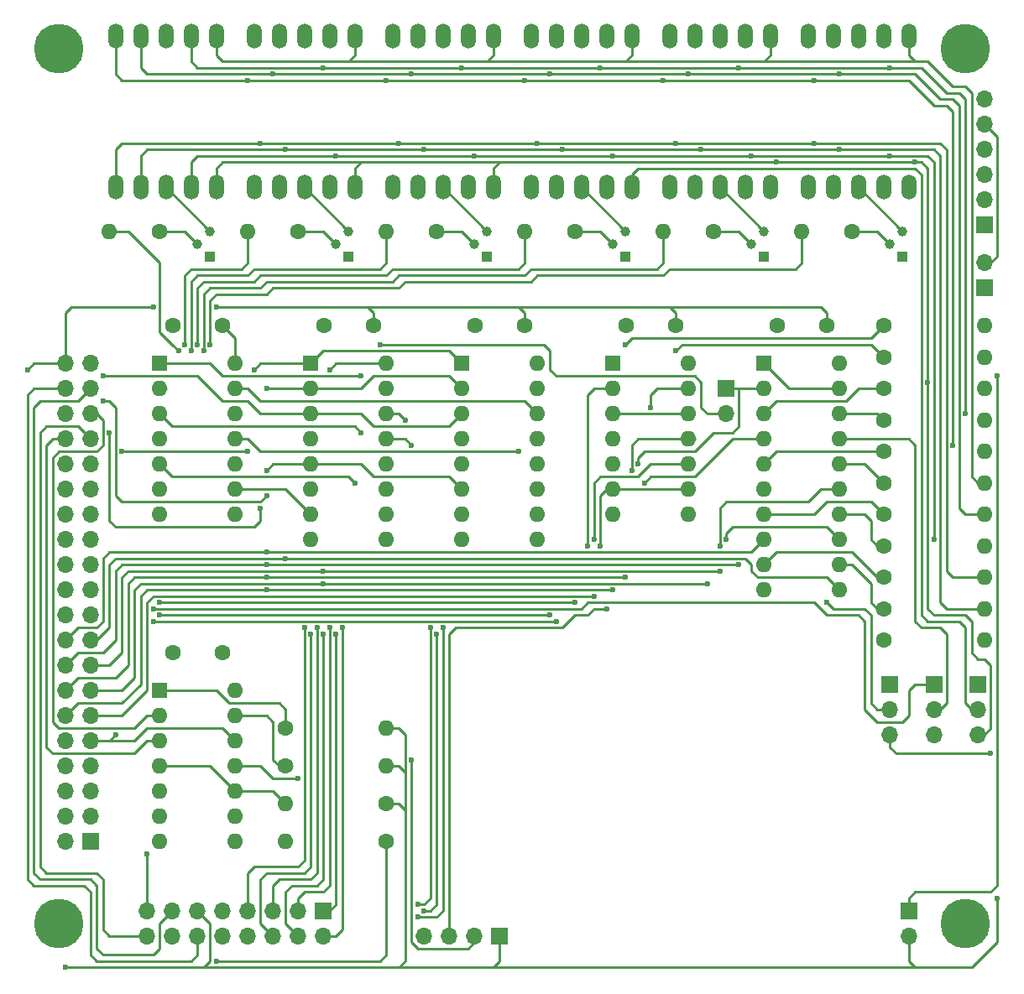
<source format=gtl>
G04 #@! TF.FileFunction,Copper,L1,Top,Signal*
%FSLAX46Y46*%
G04 Gerber Fmt 4.6, Leading zero omitted, Abs format (unit mm)*
G04 Created by KiCad (PCBNEW 4.0.7) date 10/14/19 14:53:04*
%MOMM*%
%LPD*%
G01*
G04 APERTURE LIST*
%ADD10C,0.100000*%
%ADD11R,1.700000X1.700000*%
%ADD12O,1.700000X1.700000*%
%ADD13C,1.600000*%
%ADD14O,1.600000X1.600000*%
%ADD15C,1.000000*%
%ADD16R,1.000000X1.000000*%
%ADD17O,1.524000X2.524000*%
%ADD18C,5.000000*%
%ADD19R,1.600000X1.600000*%
%ADD20C,0.600000*%
%ADD21C,0.250000*%
G04 APERTURE END LIST*
D10*
D11*
X138430000Y-127635000D03*
D12*
X138430000Y-130175000D03*
X135890000Y-127635000D03*
X135890000Y-130175000D03*
X133350000Y-127635000D03*
X133350000Y-130175000D03*
X130810000Y-127635000D03*
X130810000Y-130175000D03*
X128270000Y-127635000D03*
X128270000Y-130175000D03*
X125730000Y-127635000D03*
X125730000Y-130175000D03*
X123190000Y-127635000D03*
X123190000Y-130175000D03*
X120650000Y-127635000D03*
X120650000Y-130175000D03*
D13*
X194945000Y-74930000D03*
D14*
X205105000Y-74930000D03*
D15*
X139700000Y-60325000D03*
X140970000Y-59055000D03*
D16*
X140970000Y-61595000D03*
D13*
X194945000Y-78105000D03*
D14*
X205105000Y-78105000D03*
D15*
X125730000Y-60325000D03*
X127000000Y-59055000D03*
D16*
X127000000Y-61595000D03*
D15*
X153670000Y-60325000D03*
X154940000Y-59055000D03*
D16*
X154940000Y-61595000D03*
D15*
X167640000Y-60325000D03*
X168910000Y-59055000D03*
D16*
X168910000Y-61595000D03*
D15*
X181610000Y-60325000D03*
X182880000Y-59055000D03*
D16*
X182880000Y-61595000D03*
D15*
X195580000Y-60325000D03*
X196850000Y-59055000D03*
D16*
X196850000Y-61595000D03*
D17*
X117475000Y-54610000D03*
X120015000Y-54610000D03*
X122555000Y-54610000D03*
X125095000Y-54610000D03*
X127635000Y-54610000D03*
X127635000Y-39370000D03*
X125095000Y-39370000D03*
X122555000Y-39370000D03*
X120015000Y-39370000D03*
X117475000Y-39370000D03*
X131445000Y-54610000D03*
X133985000Y-54610000D03*
X136525000Y-54610000D03*
X139065000Y-54610000D03*
X141605000Y-54610000D03*
X141605000Y-39370000D03*
X139065000Y-39370000D03*
X136525000Y-39370000D03*
X133985000Y-39370000D03*
X131445000Y-39370000D03*
X145415000Y-54610000D03*
X147955000Y-54610000D03*
X150495000Y-54610000D03*
X153035000Y-54610000D03*
X155575000Y-54610000D03*
X155575000Y-39370000D03*
X153035000Y-39370000D03*
X150495000Y-39370000D03*
X147955000Y-39370000D03*
X145415000Y-39370000D03*
X159385000Y-54610000D03*
X161925000Y-54610000D03*
X164465000Y-54610000D03*
X167005000Y-54610000D03*
X169545000Y-54610000D03*
X169545000Y-39370000D03*
X167005000Y-39370000D03*
X164465000Y-39370000D03*
X161925000Y-39370000D03*
X159385000Y-39370000D03*
X173355000Y-54610000D03*
X175895000Y-54610000D03*
X178435000Y-54610000D03*
X180975000Y-54610000D03*
X183515000Y-54610000D03*
X183515000Y-39370000D03*
X180975000Y-39370000D03*
X178435000Y-39370000D03*
X175895000Y-39370000D03*
X173355000Y-39370000D03*
X187325000Y-54610000D03*
X189865000Y-54610000D03*
X192405000Y-54610000D03*
X194945000Y-54610000D03*
X197485000Y-54610000D03*
X197485000Y-39370000D03*
X194945000Y-39370000D03*
X192405000Y-39370000D03*
X189865000Y-39370000D03*
X187325000Y-39370000D03*
D11*
X114935000Y-120650000D03*
D12*
X112395000Y-120650000D03*
X114935000Y-118110000D03*
X112395000Y-118110000D03*
X114935000Y-115570000D03*
X112395000Y-115570000D03*
X114935000Y-113030000D03*
X112395000Y-113030000D03*
X114935000Y-110490000D03*
X112395000Y-110490000D03*
X114935000Y-107950000D03*
X112395000Y-107950000D03*
X114935000Y-105410000D03*
X112395000Y-105410000D03*
X114935000Y-102870000D03*
X112395000Y-102870000D03*
X114935000Y-100330000D03*
X112395000Y-100330000D03*
X114935000Y-97790000D03*
X112395000Y-97790000D03*
X114935000Y-95250000D03*
X112395000Y-95250000D03*
X114935000Y-92710000D03*
X112395000Y-92710000D03*
X114935000Y-90170000D03*
X112395000Y-90170000D03*
X114935000Y-87630000D03*
X112395000Y-87630000D03*
X114935000Y-85090000D03*
X112395000Y-85090000D03*
X114935000Y-82550000D03*
X112395000Y-82550000D03*
X114935000Y-80010000D03*
X112395000Y-80010000D03*
X114935000Y-77470000D03*
X112395000Y-77470000D03*
X114935000Y-74930000D03*
X112395000Y-74930000D03*
X114935000Y-72390000D03*
X112395000Y-72390000D03*
D18*
X111760000Y-128905000D03*
X203200000Y-128905000D03*
X203200000Y-40640000D03*
X111760000Y-40640000D03*
D19*
X137160000Y-72390000D03*
D14*
X144780000Y-90170000D03*
X137160000Y-74930000D03*
X144780000Y-87630000D03*
X137160000Y-77470000D03*
X144780000Y-85090000D03*
X137160000Y-80010000D03*
X144780000Y-82550000D03*
X137160000Y-82550000D03*
X144780000Y-80010000D03*
X137160000Y-85090000D03*
X144780000Y-77470000D03*
X137160000Y-87630000D03*
X144780000Y-74930000D03*
X137160000Y-90170000D03*
X144780000Y-72390000D03*
D19*
X121920000Y-105410000D03*
D14*
X129540000Y-120650000D03*
X121920000Y-107950000D03*
X129540000Y-118110000D03*
X121920000Y-110490000D03*
X129540000Y-115570000D03*
X121920000Y-113030000D03*
X129540000Y-113030000D03*
X121920000Y-115570000D03*
X129540000Y-110490000D03*
X121920000Y-118110000D03*
X129540000Y-107950000D03*
X121920000Y-120650000D03*
X129540000Y-105410000D03*
D13*
X121920000Y-59055000D03*
D14*
X116840000Y-59055000D03*
D13*
X135890000Y-59055000D03*
D14*
X130810000Y-59055000D03*
D13*
X149860000Y-59055000D03*
D14*
X144780000Y-59055000D03*
D13*
X163830000Y-59055000D03*
D14*
X158750000Y-59055000D03*
D13*
X177800000Y-59055000D03*
D14*
X172720000Y-59055000D03*
D13*
X191770000Y-59055000D03*
D14*
X186690000Y-59055000D03*
D13*
X143510000Y-68580000D03*
X138510000Y-68580000D03*
X158750000Y-68580000D03*
X153750000Y-68580000D03*
X128270000Y-101600000D03*
X123270000Y-101600000D03*
X173990000Y-68580000D03*
X168990000Y-68580000D03*
D11*
X205105000Y-58420000D03*
D12*
X205105000Y-55880000D03*
X205105000Y-53340000D03*
X205105000Y-50800000D03*
X205105000Y-48260000D03*
X205105000Y-45720000D03*
D11*
X197485000Y-127635000D03*
D12*
X197485000Y-130175000D03*
D11*
X179070000Y-74930000D03*
D12*
X179070000Y-77470000D03*
D19*
X167640000Y-72390000D03*
D14*
X175260000Y-87630000D03*
X167640000Y-74930000D03*
X175260000Y-85090000D03*
X167640000Y-77470000D03*
X175260000Y-82550000D03*
X167640000Y-80010000D03*
X175260000Y-80010000D03*
X167640000Y-82550000D03*
X175260000Y-77470000D03*
X167640000Y-85090000D03*
X175260000Y-74930000D03*
X167640000Y-87630000D03*
X175260000Y-72390000D03*
D13*
X134620000Y-113030000D03*
D14*
X144780000Y-113030000D03*
D13*
X194945000Y-71755000D03*
D14*
X205105000Y-71755000D03*
D13*
X194945000Y-68580000D03*
D14*
X205105000Y-68580000D03*
D13*
X144780000Y-116840000D03*
D14*
X134620000Y-116840000D03*
D13*
X194945000Y-84455000D03*
D14*
X205105000Y-84455000D03*
D13*
X194945000Y-90805000D03*
D14*
X205105000Y-90805000D03*
D13*
X194945000Y-97155000D03*
D14*
X205105000Y-97155000D03*
D13*
X194945000Y-93980000D03*
D14*
X205105000Y-93980000D03*
D13*
X194945000Y-87630000D03*
D14*
X205105000Y-87630000D03*
D13*
X194945000Y-81280000D03*
D14*
X205105000Y-81280000D03*
D13*
X134620000Y-109220000D03*
D14*
X144780000Y-109220000D03*
D13*
X144780000Y-120650000D03*
D14*
X134620000Y-120650000D03*
D13*
X128270000Y-68580000D03*
X123270000Y-68580000D03*
X189230000Y-68580000D03*
X184230000Y-68580000D03*
D11*
X156210000Y-130175000D03*
D12*
X153670000Y-130175000D03*
X151130000Y-130175000D03*
X148590000Y-130175000D03*
D11*
X200025000Y-104775000D03*
D12*
X200025000Y-107315000D03*
X200025000Y-109855000D03*
D11*
X195580000Y-104775000D03*
D12*
X195580000Y-107315000D03*
X195580000Y-109855000D03*
D11*
X204470000Y-104775000D03*
D12*
X204470000Y-107315000D03*
X204470000Y-109855000D03*
D19*
X152400000Y-72390000D03*
D14*
X160020000Y-90170000D03*
X152400000Y-74930000D03*
X160020000Y-87630000D03*
X152400000Y-77470000D03*
X160020000Y-85090000D03*
X152400000Y-80010000D03*
X160020000Y-82550000D03*
X152400000Y-82550000D03*
X160020000Y-80010000D03*
X152400000Y-85090000D03*
X160020000Y-77470000D03*
X152400000Y-87630000D03*
X160020000Y-74930000D03*
X152400000Y-90170000D03*
X160020000Y-72390000D03*
D19*
X121920000Y-72390000D03*
D14*
X129540000Y-87630000D03*
X121920000Y-74930000D03*
X129540000Y-85090000D03*
X121920000Y-77470000D03*
X129540000Y-82550000D03*
X121920000Y-80010000D03*
X129540000Y-80010000D03*
X121920000Y-82550000D03*
X129540000Y-77470000D03*
X121920000Y-85090000D03*
X129540000Y-74930000D03*
X121920000Y-87630000D03*
X129540000Y-72390000D03*
D19*
X182880000Y-72390000D03*
D14*
X190500000Y-95250000D03*
X182880000Y-74930000D03*
X190500000Y-92710000D03*
X182880000Y-77470000D03*
X190500000Y-90170000D03*
X182880000Y-80010000D03*
X190500000Y-87630000D03*
X182880000Y-82550000D03*
X190500000Y-85090000D03*
X182880000Y-85090000D03*
X190500000Y-82550000D03*
X182880000Y-87630000D03*
X190500000Y-80010000D03*
X182880000Y-90170000D03*
X190500000Y-77470000D03*
X182880000Y-92710000D03*
X190500000Y-74930000D03*
X182880000Y-95250000D03*
X190500000Y-72390000D03*
D13*
X194945000Y-100330000D03*
D14*
X205105000Y-100330000D03*
D11*
X205105000Y-64770000D03*
D12*
X205105000Y-62230000D03*
D20*
X112395000Y-133350000D03*
X135890000Y-114300000D03*
X139065000Y-73025000D03*
X205740000Y-111760000D03*
X206375000Y-126365000D03*
X108585000Y-73025000D03*
X127635000Y-66675000D03*
X121285000Y-66675000D03*
X120650000Y-121920000D03*
X187960000Y-50165000D03*
X173990000Y-50165000D03*
X160020000Y-50165000D03*
X146050000Y-50165000D03*
X132080000Y-50165000D03*
X190500000Y-50800000D03*
X176530000Y-50800000D03*
X162560000Y-50800000D03*
X148590000Y-50800000D03*
X134620000Y-50800000D03*
X195580000Y-51435000D03*
X181610000Y-51435000D03*
X167640000Y-51435000D03*
X153670000Y-51435000D03*
X139700000Y-51435000D03*
X200025000Y-90170000D03*
X203200000Y-77470000D03*
X195580000Y-42545000D03*
X180340000Y-42545000D03*
X166370000Y-42545000D03*
X152400000Y-42545000D03*
X138430000Y-42545000D03*
X190500000Y-43180000D03*
X175260000Y-43180000D03*
X161290000Y-43180000D03*
X147320000Y-43180000D03*
X133350000Y-43180000D03*
X201930000Y-80645000D03*
X187960000Y-43815000D03*
X172720000Y-43815000D03*
X158750000Y-43815000D03*
X144780000Y-43815000D03*
X130810000Y-43815000D03*
X138430000Y-94615000D03*
X139700000Y-99695000D03*
X177165000Y-94615000D03*
X178435000Y-90805000D03*
X138430000Y-93345000D03*
X140335000Y-99060000D03*
X179070000Y-90170000D03*
X178435000Y-93345000D03*
X134620000Y-92075000D03*
X139065000Y-99060000D03*
X132715000Y-91440000D03*
X138430000Y-99695000D03*
X132715000Y-92710000D03*
X137795000Y-99060000D03*
X180340000Y-92710000D03*
X132715000Y-93980000D03*
X137160000Y-99695000D03*
X168910000Y-93980000D03*
X170815000Y-84455000D03*
X132715000Y-95250000D03*
X136525000Y-99060000D03*
X167640000Y-95250000D03*
X170180000Y-82550000D03*
X147955000Y-127000000D03*
X149225000Y-99060000D03*
X148590000Y-127635000D03*
X146685000Y-78105000D03*
X149860000Y-99695000D03*
X147955000Y-128270000D03*
X147320000Y-80645000D03*
X150495000Y-99060000D03*
X116205000Y-76200000D03*
X132715000Y-83185000D03*
X132715000Y-85725000D03*
X116205000Y-73660000D03*
X132080000Y-86995000D03*
X132715000Y-74930000D03*
X116840000Y-79375000D03*
X118110000Y-81280000D03*
X131445000Y-73025000D03*
X130810000Y-81280000D03*
X161290000Y-97790000D03*
X121920000Y-97790000D03*
X165100000Y-90805000D03*
X161925000Y-98425000D03*
X121285000Y-98425000D03*
X117475000Y-109855000D03*
X169545000Y-83185000D03*
X163830000Y-96520000D03*
X121920000Y-96520000D03*
X165735000Y-90170000D03*
X165735000Y-95885000D03*
X166370000Y-90805000D03*
X206375000Y-73660000D03*
X173990000Y-71120000D03*
X168910000Y-70485000D03*
X198120000Y-52070000D03*
X184150000Y-52070000D03*
X199390000Y-74295000D03*
X127635000Y-132715000D03*
X121285000Y-97155000D03*
X147320000Y-112395000D03*
X171450000Y-76835000D03*
X167005000Y-97155000D03*
X144145000Y-70485000D03*
X189230000Y-96520000D03*
X123825000Y-71120000D03*
X124460000Y-70485000D03*
X125095000Y-71120000D03*
X125730000Y-70485000D03*
X126365000Y-71120000D03*
X127000000Y-70485000D03*
X141605000Y-84455000D03*
X142240000Y-79375000D03*
X142240000Y-73660000D03*
X158115000Y-81280000D03*
D21*
X206375000Y-130175000D02*
X206375000Y-130810000D01*
X203835000Y-133350000D02*
X203200000Y-133350000D01*
X206375000Y-130810000D02*
X203835000Y-133350000D01*
X156210000Y-130175000D02*
X156210000Y-132715000D01*
X156210000Y-132715000D02*
X155575000Y-133350000D01*
X139065000Y-73025000D02*
X139700000Y-72390000D01*
X139700000Y-72390000D02*
X144780000Y-72390000D01*
X198120000Y-133350000D02*
X203200000Y-133350000D01*
X195580000Y-111125000D02*
X195580000Y-109855000D01*
X196215000Y-111760000D02*
X195580000Y-111125000D01*
X205740000Y-111760000D02*
X196215000Y-111760000D01*
X206375000Y-130175000D02*
X206375000Y-126365000D01*
X198120000Y-133350000D02*
X196850000Y-133350000D01*
X196850000Y-133350000D02*
X162560000Y-133350000D01*
X146050000Y-133350000D02*
X154940000Y-133350000D01*
X154940000Y-133350000D02*
X155575000Y-133350000D01*
X155575000Y-133350000D02*
X162560000Y-133350000D01*
X197485000Y-132715000D02*
X197485000Y-130810000D01*
X198120000Y-133350000D02*
X197485000Y-132715000D01*
X173990000Y-68580000D02*
X173990000Y-67310000D01*
X173990000Y-67310000D02*
X173355000Y-66675000D01*
X129540000Y-113030000D02*
X132080000Y-113030000D01*
X133350000Y-114300000D02*
X135890000Y-114300000D01*
X132080000Y-113030000D02*
X133350000Y-114300000D01*
X144780000Y-116840000D02*
X146050000Y-116840000D01*
X146050000Y-116840000D02*
X146685000Y-117475000D01*
X144780000Y-113030000D02*
X146050000Y-113030000D01*
X146050000Y-113030000D02*
X146685000Y-113665000D01*
X146050000Y-133350000D02*
X146685000Y-132715000D01*
X146050000Y-109220000D02*
X144780000Y-109220000D01*
X146685000Y-109855000D02*
X146050000Y-109220000D01*
X146685000Y-132715000D02*
X146685000Y-117475000D01*
X146685000Y-117475000D02*
X146685000Y-114935000D01*
X146685000Y-114935000D02*
X146685000Y-113665000D01*
X146685000Y-113665000D02*
X146685000Y-109855000D01*
X125730000Y-127635000D02*
X127000000Y-128905000D01*
X127000000Y-132715000D02*
X126365000Y-133350000D01*
X127000000Y-128905000D02*
X127000000Y-132715000D01*
X124460000Y-133350000D02*
X125730000Y-133350000D01*
X125730000Y-133350000D02*
X126365000Y-133350000D01*
X126365000Y-133350000D02*
X146050000Y-133350000D01*
X112395000Y-133350000D02*
X124460000Y-133350000D01*
X112395000Y-72390000D02*
X109220000Y-72390000D01*
X109220000Y-72390000D02*
X108585000Y-73025000D01*
X189230000Y-68580000D02*
X189230000Y-67310000D01*
X189230000Y-67310000D02*
X188595000Y-66675000D01*
X188595000Y-66675000D02*
X187325000Y-66675000D01*
X187325000Y-66675000D02*
X173355000Y-66675000D01*
X161290000Y-66675000D02*
X158115000Y-66675000D01*
X173355000Y-66675000D02*
X161290000Y-66675000D01*
X158750000Y-68580000D02*
X158750000Y-67310000D01*
X158750000Y-67310000D02*
X158115000Y-66675000D01*
X158115000Y-66675000D02*
X145415000Y-66675000D01*
X145415000Y-66675000D02*
X142875000Y-66675000D01*
X143510000Y-68580000D02*
X143510000Y-67310000D01*
X143510000Y-67310000D02*
X142875000Y-66675000D01*
X127635000Y-66675000D02*
X142875000Y-66675000D01*
X113030000Y-66675000D02*
X112395000Y-67310000D01*
X121285000Y-66675000D02*
X113030000Y-66675000D01*
X129540000Y-72390000D02*
X129540000Y-69850000D01*
X129540000Y-69850000D02*
X128270000Y-68580000D01*
X112395000Y-72390000D02*
X112395000Y-67310000D01*
X120650000Y-121920000D02*
X120650000Y-127635000D01*
X127000000Y-105410000D02*
X127635000Y-105410000D01*
X127635000Y-105410000D02*
X128905000Y-106680000D01*
X121920000Y-105410000D02*
X127000000Y-105410000D01*
X134620000Y-107315000D02*
X134620000Y-109220000D01*
X133985000Y-106680000D02*
X134620000Y-107315000D01*
X128905000Y-106680000D02*
X133985000Y-106680000D01*
X121920000Y-59055000D02*
X124460000Y-59055000D01*
X124460000Y-59055000D02*
X125730000Y-60325000D01*
X122555000Y-54610000D02*
X127000000Y-59055000D01*
X135890000Y-59055000D02*
X138430000Y-59055000D01*
X138430000Y-59055000D02*
X139700000Y-60325000D01*
X140970000Y-59055000D02*
X136525000Y-54610000D01*
X149860000Y-59055000D02*
X152400000Y-59055000D01*
X152400000Y-59055000D02*
X153670000Y-60325000D01*
X154940000Y-59055000D02*
X150495000Y-54610000D01*
X163830000Y-59055000D02*
X166370000Y-59055000D01*
X166370000Y-59055000D02*
X167640000Y-60325000D01*
X168910000Y-59055000D02*
X164465000Y-54610000D01*
X177800000Y-59055000D02*
X180340000Y-59055000D01*
X180340000Y-59055000D02*
X181610000Y-60325000D01*
X182880000Y-59055000D02*
X178435000Y-54610000D01*
X191770000Y-59055000D02*
X194310000Y-59055000D01*
X194310000Y-59055000D02*
X195580000Y-60325000D01*
X196850000Y-59055000D02*
X192405000Y-54610000D01*
X201295000Y-51435000D02*
X201295000Y-50800000D01*
X117475000Y-50800000D02*
X117475000Y-51435000D01*
X118110000Y-50165000D02*
X117475000Y-50800000D01*
X200660000Y-50165000D02*
X187960000Y-50165000D01*
X187960000Y-50165000D02*
X173990000Y-50165000D01*
X173990000Y-50165000D02*
X160020000Y-50165000D01*
X160020000Y-50165000D02*
X146050000Y-50165000D01*
X146050000Y-50165000D02*
X132080000Y-50165000D01*
X132080000Y-50165000D02*
X118110000Y-50165000D01*
X201295000Y-50800000D02*
X200660000Y-50165000D01*
X201295000Y-66040000D02*
X201295000Y-93345000D01*
X201295000Y-51435000D02*
X201295000Y-55880000D01*
X201295000Y-55880000D02*
X201295000Y-64770000D01*
X201295000Y-64770000D02*
X201295000Y-66040000D01*
X201930000Y-93980000D02*
X205105000Y-93980000D01*
X201295000Y-93345000D02*
X201930000Y-93980000D01*
X117475000Y-54610000D02*
X117475000Y-51435000D01*
X200660000Y-52070000D02*
X200660000Y-51435000D01*
X120015000Y-51435000D02*
X120015000Y-52070000D01*
X120650000Y-50800000D02*
X120015000Y-51435000D01*
X200025000Y-50800000D02*
X190500000Y-50800000D01*
X190500000Y-50800000D02*
X176530000Y-50800000D01*
X176530000Y-50800000D02*
X162560000Y-50800000D01*
X162560000Y-50800000D02*
X148590000Y-50800000D01*
X148590000Y-50800000D02*
X134620000Y-50800000D01*
X134620000Y-50800000D02*
X120650000Y-50800000D01*
X200660000Y-51435000D02*
X200025000Y-50800000D01*
X200660000Y-66675000D02*
X200660000Y-96520000D01*
X200660000Y-52070000D02*
X200660000Y-55880000D01*
X200660000Y-55880000D02*
X200660000Y-64770000D01*
X200660000Y-64770000D02*
X200660000Y-66675000D01*
X201295000Y-97155000D02*
X205105000Y-97155000D01*
X200660000Y-96520000D02*
X201295000Y-97155000D01*
X120015000Y-54610000D02*
X120015000Y-52070000D01*
X200025000Y-52705000D02*
X200025000Y-52070000D01*
X125095000Y-52070000D02*
X125095000Y-52705000D01*
X125730000Y-51435000D02*
X125095000Y-52070000D01*
X199390000Y-51435000D02*
X195580000Y-51435000D01*
X195580000Y-51435000D02*
X181610000Y-51435000D01*
X181610000Y-51435000D02*
X167640000Y-51435000D01*
X167640000Y-51435000D02*
X153670000Y-51435000D01*
X153670000Y-51435000D02*
X139700000Y-51435000D01*
X139700000Y-51435000D02*
X125730000Y-51435000D01*
X200025000Y-52070000D02*
X199390000Y-51435000D01*
X200025000Y-67310000D02*
X200025000Y-90170000D01*
X200025000Y-52705000D02*
X200025000Y-57785000D01*
X200025000Y-57785000D02*
X200025000Y-64770000D01*
X200025000Y-64770000D02*
X200025000Y-67310000D01*
X125095000Y-54610000D02*
X125095000Y-52705000D01*
X203835000Y-63500000D02*
X203835000Y-83820000D01*
X201930000Y-44450000D02*
X203200000Y-44450000D01*
X203835000Y-45085000D02*
X203835000Y-48895000D01*
X203200000Y-44450000D02*
X203835000Y-45085000D01*
X198120000Y-41910000D02*
X199390000Y-41910000D01*
X199390000Y-41910000D02*
X201930000Y-44450000D01*
X203835000Y-48895000D02*
X203835000Y-62230000D01*
X203835000Y-62230000D02*
X203835000Y-63500000D01*
X203835000Y-83820000D02*
X204470000Y-84455000D01*
X204470000Y-84455000D02*
X205105000Y-84455000D01*
X197485000Y-41275000D02*
X198120000Y-41910000D01*
X196850000Y-41910000D02*
X198120000Y-41910000D01*
X182880000Y-41910000D02*
X196850000Y-41910000D01*
X197485000Y-41275000D02*
X197485000Y-39370000D01*
X168910000Y-41910000D02*
X182880000Y-41910000D01*
X183515000Y-41275000D02*
X183515000Y-39370000D01*
X182880000Y-41910000D02*
X183515000Y-41275000D01*
X154940000Y-41910000D02*
X168910000Y-41910000D01*
X169545000Y-41275000D02*
X169545000Y-39370000D01*
X168910000Y-41910000D02*
X169545000Y-41275000D01*
X140970000Y-41910000D02*
X154940000Y-41910000D01*
X155575000Y-41275000D02*
X155575000Y-39370000D01*
X154940000Y-41910000D02*
X155575000Y-41275000D01*
X127635000Y-39370000D02*
X127635000Y-41275000D01*
X141605000Y-41275000D02*
X141605000Y-39370000D01*
X140970000Y-41910000D02*
X141605000Y-41275000D01*
X128270000Y-41910000D02*
X140970000Y-41910000D01*
X127635000Y-41275000D02*
X128270000Y-41910000D01*
X203200000Y-64135000D02*
X203200000Y-77470000D01*
X198120000Y-42545000D02*
X198755000Y-42545000D01*
X195580000Y-42545000D02*
X198120000Y-42545000D01*
X203200000Y-45720000D02*
X203200000Y-49530000D01*
X202565000Y-45085000D02*
X203200000Y-45720000D01*
X201295000Y-45085000D02*
X202565000Y-45085000D01*
X198755000Y-42545000D02*
X201295000Y-45085000D01*
X203200000Y-49530000D02*
X203200000Y-64135000D01*
X195580000Y-42545000D02*
X194310000Y-42545000D01*
X180340000Y-42545000D02*
X194310000Y-42545000D01*
X166370000Y-42545000D02*
X180340000Y-42545000D01*
X152400000Y-42545000D02*
X166370000Y-42545000D01*
X138430000Y-42545000D02*
X152400000Y-42545000D01*
X125095000Y-39370000D02*
X125095000Y-41910000D01*
X125730000Y-42545000D02*
X138430000Y-42545000D01*
X125095000Y-41910000D02*
X125730000Y-42545000D01*
X202565000Y-64770000D02*
X202565000Y-86995000D01*
X190500000Y-43180000D02*
X198120000Y-43180000D01*
X202565000Y-46355000D02*
X202565000Y-50800000D01*
X201930000Y-45720000D02*
X202565000Y-46355000D01*
X200660000Y-45720000D02*
X201930000Y-45720000D01*
X198120000Y-43180000D02*
X200660000Y-45720000D01*
X202565000Y-50800000D02*
X202565000Y-64770000D01*
X203200000Y-87630000D02*
X205105000Y-87630000D01*
X202565000Y-86995000D02*
X203200000Y-87630000D01*
X189230000Y-43180000D02*
X190500000Y-43180000D01*
X189230000Y-43180000D02*
X175260000Y-43180000D01*
X161290000Y-43180000D02*
X175260000Y-43180000D01*
X147320000Y-43180000D02*
X161290000Y-43180000D01*
X133350000Y-43180000D02*
X147320000Y-43180000D01*
X120015000Y-39370000D02*
X120015000Y-42545000D01*
X120650000Y-43180000D02*
X133350000Y-43180000D01*
X120015000Y-42545000D02*
X120650000Y-43180000D01*
X201930000Y-65405000D02*
X201930000Y-80645000D01*
X196850000Y-43815000D02*
X197485000Y-43815000D01*
X187960000Y-43815000D02*
X196850000Y-43815000D01*
X201930000Y-46990000D02*
X201930000Y-54610000D01*
X201295000Y-46355000D02*
X201930000Y-46990000D01*
X200025000Y-46355000D02*
X201295000Y-46355000D01*
X197485000Y-43815000D02*
X200025000Y-46355000D01*
X201930000Y-54610000D02*
X201930000Y-64770000D01*
X201930000Y-64770000D02*
X201930000Y-65405000D01*
X186690000Y-43815000D02*
X187960000Y-43815000D01*
X172720000Y-43815000D02*
X186690000Y-43815000D01*
X158750000Y-43815000D02*
X172720000Y-43815000D01*
X144780000Y-43815000D02*
X158750000Y-43815000D01*
X130810000Y-43815000D02*
X144780000Y-43815000D01*
X117475000Y-39370000D02*
X117475000Y-43180000D01*
X118110000Y-43815000D02*
X130810000Y-43815000D01*
X117475000Y-43180000D02*
X118110000Y-43815000D01*
X182880000Y-77470000D02*
X184150000Y-76200000D01*
X192405000Y-74930000D02*
X194945000Y-74930000D01*
X191135000Y-76200000D02*
X192405000Y-74930000D01*
X184150000Y-76200000D02*
X191135000Y-76200000D01*
X182880000Y-82550000D02*
X184150000Y-81280000D01*
X184150000Y-81280000D02*
X194945000Y-81280000D01*
X190500000Y-77470000D02*
X194310000Y-77470000D01*
X194310000Y-77470000D02*
X194945000Y-78105000D01*
X190500000Y-77470000D02*
X191135000Y-77470000D01*
X189865000Y-77470000D02*
X190500000Y-77470000D01*
X182880000Y-92710000D02*
X184150000Y-91440000D01*
X191770000Y-91440000D02*
X194310000Y-93980000D01*
X184150000Y-91440000D02*
X191770000Y-91440000D01*
X194310000Y-93980000D02*
X194945000Y-93980000D01*
X193675000Y-89535000D02*
X193675000Y-88265000D01*
X193040000Y-87630000D02*
X191770000Y-87630000D01*
X193675000Y-88265000D02*
X193040000Y-87630000D01*
X194945000Y-90805000D02*
X194310000Y-90805000D01*
X194310000Y-90805000D02*
X193675000Y-90170000D01*
X193675000Y-90170000D02*
X193675000Y-89535000D01*
X190500000Y-87630000D02*
X191770000Y-87630000D01*
X190500000Y-82550000D02*
X193040000Y-82550000D01*
X193040000Y-82550000D02*
X194945000Y-84455000D01*
X182880000Y-87630000D02*
X187960000Y-87630000D01*
X187960000Y-87630000D02*
X189230000Y-86360000D01*
X194945000Y-87630000D02*
X193675000Y-86360000D01*
X189230000Y-86360000D02*
X191770000Y-86360000D01*
X193675000Y-86360000D02*
X191770000Y-86360000D01*
X190500000Y-92710000D02*
X191770000Y-92710000D01*
X193675000Y-96520000D02*
X194310000Y-97155000D01*
X193675000Y-94615000D02*
X193675000Y-96520000D01*
X191770000Y-92710000D02*
X193675000Y-94615000D01*
X194310000Y-97155000D02*
X194945000Y-97155000D01*
X138430000Y-127635000D02*
X139065000Y-127635000D01*
X139065000Y-127635000D02*
X139700000Y-127000000D01*
X139700000Y-127000000D02*
X139700000Y-124460000D01*
X139700000Y-124460000D02*
X139700000Y-99695000D01*
X190500000Y-85090000D02*
X188595000Y-85090000D01*
X178435000Y-86995000D02*
X178435000Y-90805000D01*
X179070000Y-86360000D02*
X178435000Y-86995000D01*
X187325000Y-86360000D02*
X179070000Y-86360000D01*
X188595000Y-85090000D02*
X187325000Y-86360000D01*
X177165000Y-94615000D02*
X171450000Y-94615000D01*
X119380000Y-95885000D02*
X119380000Y-95250000D01*
X138430000Y-94615000D02*
X122555000Y-94615000D01*
X119380000Y-95250000D02*
X120015000Y-94615000D01*
X120015000Y-94615000D02*
X122555000Y-94615000D01*
X119380000Y-103505000D02*
X119380000Y-104140000D01*
X118110000Y-105410000D02*
X117475000Y-105410000D01*
X119380000Y-104140000D02*
X118110000Y-105410000D01*
X119380000Y-102235000D02*
X119380000Y-103505000D01*
X117475000Y-105410000D02*
X116205000Y-105410000D01*
X116205000Y-105410000D02*
X114935000Y-105410000D01*
X119380000Y-102235000D02*
X119380000Y-95885000D01*
X171450000Y-94615000D02*
X139700000Y-94615000D01*
X139700000Y-94615000D02*
X138430000Y-94615000D01*
X138430000Y-130175000D02*
X139700000Y-130175000D01*
X140335000Y-129540000D02*
X140335000Y-125095000D01*
X139700000Y-130175000D02*
X140335000Y-129540000D01*
X140335000Y-125095000D02*
X140335000Y-99060000D01*
X138430000Y-130175000D02*
X139065000Y-130175000D01*
X189230000Y-88900000D02*
X179705000Y-88900000D01*
X179705000Y-88900000D02*
X179070000Y-89535000D01*
X179070000Y-89535000D02*
X179070000Y-90170000D01*
X190500000Y-90170000D02*
X189230000Y-88900000D01*
X140335000Y-93345000D02*
X178435000Y-93345000D01*
X119380000Y-93345000D02*
X138430000Y-93345000D01*
X118110000Y-100965000D02*
X118110000Y-101600000D01*
X116840000Y-102870000D02*
X116205000Y-102870000D01*
X118110000Y-101600000D02*
X116840000Y-102870000D01*
X119380000Y-93345000D02*
X118745000Y-93345000D01*
X118110000Y-93980000D02*
X118110000Y-100965000D01*
X118745000Y-93345000D02*
X118110000Y-93980000D01*
X114935000Y-102870000D02*
X116205000Y-102870000D01*
X138430000Y-93345000D02*
X140335000Y-93345000D01*
X139065000Y-123825000D02*
X139065000Y-125095000D01*
X136525000Y-125730000D02*
X135890000Y-126365000D01*
X138430000Y-125730000D02*
X136525000Y-125730000D01*
X139065000Y-125095000D02*
X138430000Y-125730000D01*
X135890000Y-127635000D02*
X135890000Y-126365000D01*
X139065000Y-123825000D02*
X139065000Y-99060000D01*
X114935000Y-100330000D02*
X115570000Y-100330000D01*
X115570000Y-100330000D02*
X116840000Y-99060000D01*
X134620000Y-92075000D02*
X118110000Y-92075000D01*
X117475000Y-92075000D02*
X116840000Y-92710000D01*
X116840000Y-92710000D02*
X116840000Y-99060000D01*
X118110000Y-92075000D02*
X117475000Y-92075000D01*
X181610000Y-92710000D02*
X180975000Y-92075000D01*
X180975000Y-92075000D02*
X139065000Y-92075000D01*
X139065000Y-92075000D02*
X134620000Y-92075000D01*
X189230000Y-93980000D02*
X190500000Y-95250000D01*
X182245000Y-93980000D02*
X189230000Y-93980000D01*
X181610000Y-93345000D02*
X182245000Y-93980000D01*
X181610000Y-92710000D02*
X181610000Y-93345000D01*
X138430000Y-123190000D02*
X138430000Y-124460000D01*
X135255000Y-125095000D02*
X134620000Y-125730000D01*
X137795000Y-125095000D02*
X135255000Y-125095000D01*
X138430000Y-124460000D02*
X137795000Y-125095000D01*
X134620000Y-128905000D02*
X134620000Y-125730000D01*
X135890000Y-130175000D02*
X134620000Y-128905000D01*
X138430000Y-123190000D02*
X138430000Y-99695000D01*
X115570000Y-99060000D02*
X116205000Y-98425000D01*
X116840000Y-91440000D02*
X117475000Y-91440000D01*
X116205000Y-92075000D02*
X116840000Y-91440000D01*
X116205000Y-98425000D02*
X116205000Y-92075000D01*
X117475000Y-91440000D02*
X132715000Y-91440000D01*
X112395000Y-100330000D02*
X113665000Y-99060000D01*
X113665000Y-99060000D02*
X115570000Y-99060000D01*
X181610000Y-91440000D02*
X182880000Y-90170000D01*
X132715000Y-91440000D02*
X138430000Y-91440000D01*
X138430000Y-91440000D02*
X181610000Y-91440000D01*
X137795000Y-122555000D02*
X137795000Y-123825000D01*
X133985000Y-124460000D02*
X133350000Y-125095000D01*
X137160000Y-124460000D02*
X133985000Y-124460000D01*
X137795000Y-123825000D02*
X137160000Y-124460000D01*
X133350000Y-127635000D02*
X133350000Y-125095000D01*
X137795000Y-122555000D02*
X137795000Y-99060000D01*
X117475000Y-100330000D02*
X117475000Y-93345000D01*
X113665000Y-101600000D02*
X116205000Y-101600000D01*
X118745000Y-92710000D02*
X132715000Y-92710000D01*
X112395000Y-102870000D02*
X113665000Y-101600000D01*
X116205000Y-101600000D02*
X117475000Y-100330000D01*
X117475000Y-93345000D02*
X118110000Y-92710000D01*
X118110000Y-92710000D02*
X118745000Y-92710000D01*
X132715000Y-92710000D02*
X137795000Y-92710000D01*
X137795000Y-92710000D02*
X180340000Y-92710000D01*
X137160000Y-121920000D02*
X137160000Y-123190000D01*
X132715000Y-123825000D02*
X132080000Y-124460000D01*
X136525000Y-123825000D02*
X132715000Y-123825000D01*
X137160000Y-123190000D02*
X136525000Y-123825000D01*
X133350000Y-130175000D02*
X132080000Y-128905000D01*
X132080000Y-128905000D02*
X132080000Y-124460000D01*
X137160000Y-121920000D02*
X137160000Y-99695000D01*
X113665000Y-104140000D02*
X116205000Y-104140000D01*
X112395000Y-105410000D02*
X113665000Y-104140000D01*
X116205000Y-104140000D02*
X116840000Y-104140000D01*
X117475000Y-104140000D02*
X116840000Y-104140000D01*
X119380000Y-93980000D02*
X120015000Y-93980000D01*
X118745000Y-94615000D02*
X119380000Y-93980000D01*
X120015000Y-93980000D02*
X132715000Y-93980000D01*
X118745000Y-101600000D02*
X118745000Y-94615000D01*
X118745000Y-102235000D02*
X118745000Y-101600000D01*
X118745000Y-102235000D02*
X118745000Y-102870000D01*
X117475000Y-104140000D02*
X118745000Y-102870000D01*
X132715000Y-93980000D02*
X137160000Y-93980000D01*
X137160000Y-93980000D02*
X168910000Y-93980000D01*
X171450000Y-83820000D02*
X175895000Y-83820000D01*
X170815000Y-84455000D02*
X171450000Y-83820000D01*
X177800000Y-81915000D02*
X179705000Y-80010000D01*
X175895000Y-83820000D02*
X177800000Y-81915000D01*
X179705000Y-80010000D02*
X182880000Y-80010000D01*
X136525000Y-121285000D02*
X136525000Y-122555000D01*
X131445000Y-123190000D02*
X130810000Y-123825000D01*
X135890000Y-123190000D02*
X131445000Y-123190000D01*
X136525000Y-122555000D02*
X135890000Y-123190000D01*
X136525000Y-119380000D02*
X136525000Y-99060000D01*
X136525000Y-121285000D02*
X136525000Y-119380000D01*
X130810000Y-127635000D02*
X130810000Y-123825000D01*
X170815000Y-81280000D02*
X175895000Y-81280000D01*
X170180000Y-82550000D02*
X170180000Y-81915000D01*
X170180000Y-81915000D02*
X170815000Y-81280000D01*
X177800000Y-79375000D02*
X177165000Y-80010000D01*
X179705000Y-79375000D02*
X177800000Y-79375000D01*
X180340000Y-78740000D02*
X179705000Y-79375000D01*
X180340000Y-74930000D02*
X180340000Y-78740000D01*
X120015000Y-95885000D02*
X120650000Y-95250000D01*
X132715000Y-95250000D02*
X123825000Y-95250000D01*
X120015000Y-96520000D02*
X120015000Y-95885000D01*
X113665000Y-106680000D02*
X116205000Y-106680000D01*
X113665000Y-106680000D02*
X112395000Y-107950000D01*
X120015000Y-102870000D02*
X120015000Y-96520000D01*
X120015000Y-104775000D02*
X118110000Y-106680000D01*
X118110000Y-106680000D02*
X116205000Y-106680000D01*
X120015000Y-102870000D02*
X120015000Y-104775000D01*
X120650000Y-95250000D02*
X123825000Y-95250000D01*
X167640000Y-95250000D02*
X139065000Y-95250000D01*
X139065000Y-95250000D02*
X136525000Y-95250000D01*
X136525000Y-95250000D02*
X132715000Y-95250000D01*
X177165000Y-80010000D02*
X175895000Y-81280000D01*
X179070000Y-74930000D02*
X180340000Y-74930000D01*
X180340000Y-74930000D02*
X182880000Y-74930000D01*
X149225000Y-126365000D02*
X149225000Y-124460000D01*
X148590000Y-127000000D02*
X149225000Y-126365000D01*
X147955000Y-127000000D02*
X148590000Y-127000000D01*
X149225000Y-100965000D02*
X149225000Y-124460000D01*
X149225000Y-99060000D02*
X149225000Y-100965000D01*
X149860000Y-100965000D02*
X149860000Y-99695000D01*
X149860000Y-127000000D02*
X149860000Y-125730000D01*
X149225000Y-127635000D02*
X149860000Y-127000000D01*
X148590000Y-127635000D02*
X149225000Y-127635000D01*
X149860000Y-100965000D02*
X149860000Y-125730000D01*
X146050000Y-77470000D02*
X144780000Y-77470000D01*
X146050000Y-77470000D02*
X146685000Y-78105000D01*
X150495000Y-127635000D02*
X150495000Y-125730000D01*
X149860000Y-128270000D02*
X150495000Y-127635000D01*
X147955000Y-128270000D02*
X149860000Y-128270000D01*
X150495000Y-100330000D02*
X150495000Y-125730000D01*
X146685000Y-80010000D02*
X144780000Y-80010000D01*
X146685000Y-80010000D02*
X147320000Y-80645000D01*
X150495000Y-99060000D02*
X150495000Y-100330000D01*
X124460000Y-132715000D02*
X125095000Y-132715000D01*
X112395000Y-74930000D02*
X109220000Y-74930000D01*
X115570000Y-132715000D02*
X123190000Y-132715000D01*
X114935000Y-132080000D02*
X115570000Y-132715000D01*
X114935000Y-125730000D02*
X114935000Y-132080000D01*
X114300000Y-125095000D02*
X114935000Y-125730000D01*
X109220000Y-125095000D02*
X114300000Y-125095000D01*
X108585000Y-124460000D02*
X109220000Y-125095000D01*
X108585000Y-75565000D02*
X108585000Y-124460000D01*
X109220000Y-74930000D02*
X108585000Y-75565000D01*
X123190000Y-132715000D02*
X124460000Y-132715000D01*
X125730000Y-132080000D02*
X125730000Y-130175000D01*
X125095000Y-132715000D02*
X125730000Y-132080000D01*
X120650000Y-132080000D02*
X121285000Y-132080000D01*
X114935000Y-74930000D02*
X113665000Y-76200000D01*
X109855000Y-76200000D02*
X113665000Y-76200000D01*
X109220000Y-76835000D02*
X109855000Y-76200000D01*
X109220000Y-123825000D02*
X109220000Y-76835000D01*
X109855000Y-124460000D02*
X109220000Y-123825000D01*
X114935000Y-124460000D02*
X109855000Y-124460000D01*
X115570000Y-125095000D02*
X114935000Y-124460000D01*
X115570000Y-131445000D02*
X115570000Y-125095000D01*
X116205000Y-132080000D02*
X115570000Y-131445000D01*
X119380000Y-132080000D02*
X116205000Y-132080000D01*
X119380000Y-132080000D02*
X120650000Y-132080000D01*
X121920000Y-128905000D02*
X123190000Y-127635000D01*
X121920000Y-131445000D02*
X121920000Y-128905000D01*
X121285000Y-132080000D02*
X121920000Y-131445000D01*
X120650000Y-130175000D02*
X118745000Y-130175000D01*
X113665000Y-78740000D02*
X114935000Y-80010000D01*
X116840000Y-130175000D02*
X118745000Y-130175000D01*
X116205000Y-129540000D02*
X116840000Y-130175000D01*
X116205000Y-124460000D02*
X116205000Y-129540000D01*
X115570000Y-123825000D02*
X116205000Y-124460000D01*
X110490000Y-123825000D02*
X115570000Y-123825000D01*
X109855000Y-123190000D02*
X110490000Y-123825000D01*
X109855000Y-79375000D02*
X109855000Y-123190000D01*
X110490000Y-78740000D02*
X109855000Y-79375000D01*
X113665000Y-78740000D02*
X110490000Y-78740000D01*
X131445000Y-86360000D02*
X132080000Y-86360000D01*
X117475000Y-85725000D02*
X118110000Y-86360000D01*
X118110000Y-86360000D02*
X131445000Y-86360000D01*
X116205000Y-76200000D02*
X116840000Y-76200000D01*
X117475000Y-76835000D02*
X117475000Y-84455000D01*
X116840000Y-76200000D02*
X117475000Y-76835000D01*
X117475000Y-84455000D02*
X117475000Y-85725000D01*
X133350000Y-82550000D02*
X137160000Y-82550000D01*
X132715000Y-83185000D02*
X133350000Y-82550000D01*
X132080000Y-86360000D02*
X132715000Y-85725000D01*
X137160000Y-82550000D02*
X142240000Y-82550000D01*
X142240000Y-82550000D02*
X143510000Y-83820000D01*
X151130000Y-83820000D02*
X152400000Y-85090000D01*
X143510000Y-83820000D02*
X151130000Y-83820000D01*
X135890000Y-77470000D02*
X132080000Y-77470000D01*
X132080000Y-77470000D02*
X130810000Y-76200000D01*
X116205000Y-73660000D02*
X125730000Y-73660000D01*
X125730000Y-73660000D02*
X128270000Y-76200000D01*
X128270000Y-76200000D02*
X130810000Y-76200000D01*
X135890000Y-77470000D02*
X137160000Y-77470000D01*
X137160000Y-77470000D02*
X142240000Y-77470000D01*
X142240000Y-77470000D02*
X143510000Y-78740000D01*
X151130000Y-78740000D02*
X152400000Y-77470000D01*
X143510000Y-78740000D02*
X151130000Y-78740000D01*
X116840000Y-85725000D02*
X116840000Y-88265000D01*
X132080000Y-88265000D02*
X132080000Y-86995000D01*
X131445000Y-88900000D02*
X132080000Y-88265000D01*
X117475000Y-88900000D02*
X131445000Y-88900000D01*
X116840000Y-88265000D02*
X117475000Y-88900000D01*
X116840000Y-81915000D02*
X116840000Y-79375000D01*
X116840000Y-85725000D02*
X116840000Y-81915000D01*
X137160000Y-74930000D02*
X132715000Y-74930000D01*
X137160000Y-74930000D02*
X142240000Y-74930000D01*
X142240000Y-74930000D02*
X143510000Y-73660000D01*
X151130000Y-73660000D02*
X152400000Y-74930000D01*
X143510000Y-73660000D02*
X151130000Y-73660000D01*
X128905000Y-81280000D02*
X130810000Y-81280000D01*
X128905000Y-81280000D02*
X118110000Y-81280000D01*
X132080000Y-72390000D02*
X137160000Y-72390000D01*
X131445000Y-73025000D02*
X132080000Y-72390000D01*
X137160000Y-72390000D02*
X138430000Y-71120000D01*
X138430000Y-71120000D02*
X151130000Y-71120000D01*
X151130000Y-71120000D02*
X152400000Y-72390000D01*
X121920000Y-110490000D02*
X120650000Y-110490000D01*
X120650000Y-110490000D02*
X119380000Y-111760000D01*
X111125000Y-80010000D02*
X112395000Y-80010000D01*
X110490000Y-80645000D02*
X111125000Y-80010000D01*
X110490000Y-111125000D02*
X110490000Y-80645000D01*
X111125000Y-111760000D02*
X110490000Y-111125000D01*
X119380000Y-111760000D02*
X111125000Y-111760000D01*
X121920000Y-107950000D02*
X120650000Y-107950000D01*
X120650000Y-107950000D02*
X119380000Y-109220000D01*
X114935000Y-77470000D02*
X115570000Y-77470000D01*
X115570000Y-77470000D02*
X116205000Y-78105000D01*
X111760000Y-109220000D02*
X119380000Y-109220000D01*
X111125000Y-108585000D02*
X111760000Y-109220000D01*
X111125000Y-81915000D02*
X111125000Y-108585000D01*
X111760000Y-81280000D02*
X111125000Y-81915000D01*
X115570000Y-81280000D02*
X111760000Y-81280000D01*
X116205000Y-80645000D02*
X115570000Y-81280000D01*
X116205000Y-78105000D02*
X116205000Y-80645000D01*
X121920000Y-97790000D02*
X161290000Y-97790000D01*
X165735000Y-74930000D02*
X167640000Y-74930000D01*
X165100000Y-75565000D02*
X165735000Y-74930000D01*
X165100000Y-76200000D02*
X165100000Y-75565000D01*
X165100000Y-90805000D02*
X165100000Y-76200000D01*
X127000000Y-109220000D02*
X128270000Y-109220000D01*
X128270000Y-109220000D02*
X129540000Y-110490000D01*
X116840000Y-110490000D02*
X117475000Y-109855000D01*
X121285000Y-98425000D02*
X161925000Y-98425000D01*
X170180000Y-80010000D02*
X175260000Y-80010000D01*
X169545000Y-80645000D02*
X170180000Y-80010000D01*
X169545000Y-83185000D02*
X169545000Y-80645000D01*
X175260000Y-80010000D02*
X175895000Y-80010000D01*
X114935000Y-110490000D02*
X116840000Y-110490000D01*
X116840000Y-110490000D02*
X119380000Y-110490000D01*
X120650000Y-109220000D02*
X127000000Y-109220000D01*
X119380000Y-110490000D02*
X120650000Y-109220000D01*
X175260000Y-82550000D02*
X171450000Y-82550000D01*
X171450000Y-82550000D02*
X170180000Y-83820000D01*
X163830000Y-96520000D02*
X121920000Y-96520000D01*
X166370000Y-83820000D02*
X170180000Y-83820000D01*
X165735000Y-84455000D02*
X166370000Y-83820000D01*
X165735000Y-90170000D02*
X165735000Y-84455000D01*
X167640000Y-85090000D02*
X167005000Y-85090000D01*
X167005000Y-85090000D02*
X166370000Y-85725000D01*
X166370000Y-85725000D02*
X166370000Y-90805000D01*
X165735000Y-95885000D02*
X128905000Y-95885000D01*
X120650000Y-96520000D02*
X121285000Y-95885000D01*
X121285000Y-95885000D02*
X128905000Y-95885000D01*
X118110000Y-107950000D02*
X120650000Y-105410000D01*
X120650000Y-103505000D02*
X120650000Y-105410000D01*
X120650000Y-103505000D02*
X120650000Y-97155000D01*
X118110000Y-107950000D02*
X116205000Y-107950000D01*
X116205000Y-107950000D02*
X114935000Y-107950000D01*
X120650000Y-97155000D02*
X120650000Y-96520000D01*
X167640000Y-85090000D02*
X175260000Y-85090000D01*
X197485000Y-128270000D02*
X197485000Y-126365000D01*
X205740000Y-125730000D02*
X206375000Y-125095000D01*
X198120000Y-125730000D02*
X205740000Y-125730000D01*
X197485000Y-126365000D02*
X198120000Y-125730000D01*
X206375000Y-73660000D02*
X206375000Y-125095000D01*
X205105000Y-62230000D02*
X205740000Y-62230000D01*
X205740000Y-62230000D02*
X206375000Y-61595000D01*
X206375000Y-61595000D02*
X206375000Y-49530000D01*
X206375000Y-49530000D02*
X205105000Y-48260000D01*
X194945000Y-71755000D02*
X193675000Y-70485000D01*
X174625000Y-70485000D02*
X173990000Y-71120000D01*
X193675000Y-70485000D02*
X174625000Y-70485000D01*
X176530000Y-69850000D02*
X169545000Y-69850000D01*
X193675000Y-69850000D02*
X176530000Y-69850000D01*
X194945000Y-68580000D02*
X193675000Y-69850000D01*
X169545000Y-69850000D02*
X168910000Y-70485000D01*
X121920000Y-113030000D02*
X127000000Y-113030000D01*
X127000000Y-113030000D02*
X129540000Y-115570000D01*
X129540000Y-115570000D02*
X133350000Y-115570000D01*
X133350000Y-115570000D02*
X134620000Y-116840000D01*
X133985000Y-116840000D02*
X134620000Y-116840000D01*
X204470000Y-109855000D02*
X205105000Y-109855000D01*
X205105000Y-109855000D02*
X205740000Y-109220000D01*
X205740000Y-109220000D02*
X205740000Y-102870000D01*
X205740000Y-102870000D02*
X205105000Y-102235000D01*
X205105000Y-102235000D02*
X204470000Y-102235000D01*
X204470000Y-102235000D02*
X203835000Y-101600000D01*
X203835000Y-101600000D02*
X203835000Y-98425000D01*
X203835000Y-98425000D02*
X203200000Y-97790000D01*
X203200000Y-97790000D02*
X200025000Y-97790000D01*
X200025000Y-97790000D02*
X199390000Y-97155000D01*
X199390000Y-74295000D02*
X199390000Y-97155000D01*
X155575000Y-54610000D02*
X155575000Y-52705000D01*
X155575000Y-52705000D02*
X156210000Y-52070000D01*
X141605000Y-54610000D02*
X141605000Y-52705000D01*
X141605000Y-52705000D02*
X142240000Y-52070000D01*
X199390000Y-53340000D02*
X199390000Y-52705000D01*
X127635000Y-52705000D02*
X127635000Y-54610000D01*
X128270000Y-52070000D02*
X127635000Y-52705000D01*
X198755000Y-52070000D02*
X198120000Y-52070000D01*
X198120000Y-52070000D02*
X184150000Y-52070000D01*
X184150000Y-52070000D02*
X156210000Y-52070000D01*
X156210000Y-52070000D02*
X142240000Y-52070000D01*
X142240000Y-52070000D02*
X128270000Y-52070000D01*
X199390000Y-52705000D02*
X198755000Y-52070000D01*
X199390000Y-67945000D02*
X199390000Y-74295000D01*
X199390000Y-53340000D02*
X199390000Y-62865000D01*
X199390000Y-62865000D02*
X199390000Y-64770000D01*
X199390000Y-64770000D02*
X199390000Y-67945000D01*
X203200000Y-99695000D02*
X203200000Y-99060000D01*
X202565000Y-98425000D02*
X201930000Y-98425000D01*
X203200000Y-99060000D02*
X202565000Y-98425000D01*
X198755000Y-97155000D02*
X198755000Y-97790000D01*
X198120000Y-52705000D02*
X198755000Y-53340000D01*
X198755000Y-53340000D02*
X198755000Y-97155000D01*
X196215000Y-52705000D02*
X182245000Y-52705000D01*
X169545000Y-53340000D02*
X170180000Y-52705000D01*
X170180000Y-52705000D02*
X182245000Y-52705000D01*
X169545000Y-54610000D02*
X169545000Y-53340000D01*
X196215000Y-52705000D02*
X198120000Y-52705000D01*
X203200000Y-106680000D02*
X203835000Y-107315000D01*
X203200000Y-99695000D02*
X203200000Y-106680000D01*
X199390000Y-98425000D02*
X201930000Y-98425000D01*
X198755000Y-97790000D02*
X199390000Y-98425000D01*
X203835000Y-107315000D02*
X204470000Y-107315000D01*
X144780000Y-120650000D02*
X144780000Y-130175000D01*
X144780000Y-132080000D02*
X144780000Y-130175000D01*
X144780000Y-132080000D02*
X144145000Y-132715000D01*
X127635000Y-132715000D02*
X130175000Y-132715000D01*
X144145000Y-132715000D02*
X130175000Y-132715000D01*
X188595000Y-97155000D02*
X187960000Y-96520000D01*
X165100000Y-96520000D02*
X164465000Y-97155000D01*
X187960000Y-96520000D02*
X165100000Y-96520000D01*
X121285000Y-97155000D02*
X164465000Y-97155000D01*
X193040000Y-107315000D02*
X194310000Y-108585000D01*
X193040000Y-98425000D02*
X193040000Y-107315000D01*
X192405000Y-97790000D02*
X193040000Y-98425000D01*
X189230000Y-97790000D02*
X192405000Y-97790000D01*
X188595000Y-97155000D02*
X189230000Y-97790000D01*
X200025000Y-104775000D02*
X198120000Y-104775000D01*
X198120000Y-104775000D02*
X197485000Y-105410000D01*
X197485000Y-105410000D02*
X197485000Y-107950000D01*
X197485000Y-107950000D02*
X196850000Y-108585000D01*
X196850000Y-108585000D02*
X194310000Y-108585000D01*
X200025000Y-104775000D02*
X199390000Y-104775000D01*
X134620000Y-113030000D02*
X133985000Y-113030000D01*
X133985000Y-113030000D02*
X133350000Y-112395000D01*
X133350000Y-112395000D02*
X133350000Y-111760000D01*
X153670000Y-130175000D02*
X153670000Y-130810000D01*
X153670000Y-130810000D02*
X153035000Y-131445000D01*
X147320000Y-130810000D02*
X147320000Y-112395000D01*
X147955000Y-131445000D02*
X147320000Y-130810000D01*
X153035000Y-131445000D02*
X147955000Y-131445000D01*
X135255000Y-113030000D02*
X134620000Y-113030000D01*
X129540000Y-107950000D02*
X132715000Y-107950000D01*
X133350000Y-108585000D02*
X133350000Y-111760000D01*
X132715000Y-107950000D02*
X133350000Y-108585000D01*
X172085000Y-74930000D02*
X173990000Y-74930000D01*
X171450000Y-75565000D02*
X172085000Y-74930000D01*
X171450000Y-76835000D02*
X171450000Y-75565000D01*
X151130000Y-130175000D02*
X151130000Y-99695000D01*
X173990000Y-74930000D02*
X175260000Y-74930000D01*
X165735000Y-97155000D02*
X167005000Y-97155000D01*
X165100000Y-97790000D02*
X165735000Y-97155000D01*
X163830000Y-97790000D02*
X165100000Y-97790000D01*
X162560000Y-99060000D02*
X163830000Y-97790000D01*
X151765000Y-99060000D02*
X162560000Y-99060000D01*
X151130000Y-99695000D02*
X151765000Y-99060000D01*
X179070000Y-77470000D02*
X177165000Y-77470000D01*
X144145000Y-70485000D02*
X159385000Y-70485000D01*
X160655000Y-70485000D02*
X159385000Y-70485000D01*
X161290000Y-71120000D02*
X160655000Y-70485000D01*
X161290000Y-73025000D02*
X161290000Y-71120000D01*
X161925000Y-73660000D02*
X161290000Y-73025000D01*
X175895000Y-73660000D02*
X161925000Y-73660000D01*
X176530000Y-74295000D02*
X175895000Y-73660000D01*
X176530000Y-76835000D02*
X176530000Y-74295000D01*
X177165000Y-77470000D02*
X176530000Y-76835000D01*
X200025000Y-107315000D02*
X200660000Y-107315000D01*
X200660000Y-107315000D02*
X201295000Y-106680000D01*
X201295000Y-106680000D02*
X201295000Y-99695000D01*
X201295000Y-99695000D02*
X200660000Y-99060000D01*
X200660000Y-99060000D02*
X198755000Y-99060000D01*
X198755000Y-99060000D02*
X198120000Y-98425000D01*
X198120000Y-98425000D02*
X198120000Y-80645000D01*
X198120000Y-80645000D02*
X197485000Y-80010000D01*
X197485000Y-80010000D02*
X190500000Y-80010000D01*
X193675000Y-104775000D02*
X193675000Y-106680000D01*
X189230000Y-96520000D02*
X189865000Y-97155000D01*
X189865000Y-97155000D02*
X193040000Y-97155000D01*
X193040000Y-97155000D02*
X193675000Y-97790000D01*
X193675000Y-97790000D02*
X193675000Y-104775000D01*
X193675000Y-106680000D02*
X194310000Y-107315000D01*
X195580000Y-107315000D02*
X194310000Y-107315000D01*
X190500000Y-74930000D02*
X185420000Y-74930000D01*
X185420000Y-74930000D02*
X182880000Y-72390000D01*
X121920000Y-62230000D02*
X120015000Y-60325000D01*
X120015000Y-60325000D02*
X118745000Y-59055000D01*
X118745000Y-59055000D02*
X116840000Y-59055000D01*
X123825000Y-71120000D02*
X123190000Y-70485000D01*
X123190000Y-70485000D02*
X121920000Y-69215000D01*
X121920000Y-69215000D02*
X121920000Y-62230000D01*
X121920000Y-74930000D02*
X122555000Y-74930000D01*
X130810000Y-62230000D02*
X130810000Y-59055000D01*
X130175000Y-62865000D02*
X130810000Y-62230000D01*
X125095000Y-62865000D02*
X130175000Y-62865000D01*
X124460000Y-63500000D02*
X125095000Y-62865000D01*
X124460000Y-70485000D02*
X124460000Y-63500000D01*
X144780000Y-62230000D02*
X144780000Y-59055000D01*
X144145000Y-62865000D02*
X144780000Y-62230000D01*
X131445000Y-62865000D02*
X144145000Y-62865000D01*
X130810000Y-63500000D02*
X131445000Y-62865000D01*
X125730000Y-63500000D02*
X130810000Y-63500000D01*
X125095000Y-64135000D02*
X125730000Y-63500000D01*
X125095000Y-71120000D02*
X125095000Y-64135000D01*
X158750000Y-62230000D02*
X158750000Y-59055000D01*
X158115000Y-62865000D02*
X158750000Y-62230000D01*
X145415000Y-62865000D02*
X158115000Y-62865000D01*
X144780000Y-63500000D02*
X145415000Y-62865000D01*
X132080000Y-63500000D02*
X144780000Y-63500000D01*
X131445000Y-64135000D02*
X132080000Y-63500000D01*
X126365000Y-64135000D02*
X131445000Y-64135000D01*
X125730000Y-64770000D02*
X126365000Y-64135000D01*
X125730000Y-70485000D02*
X125730000Y-64770000D01*
X172720000Y-62230000D02*
X172720000Y-59055000D01*
X172085000Y-62865000D02*
X172720000Y-62230000D01*
X159385000Y-62865000D02*
X172085000Y-62865000D01*
X158750000Y-63500000D02*
X159385000Y-62865000D01*
X146050000Y-63500000D02*
X158750000Y-63500000D01*
X145415000Y-64135000D02*
X146050000Y-63500000D01*
X132715000Y-64135000D02*
X145415000Y-64135000D01*
X132080000Y-64770000D02*
X132715000Y-64135000D01*
X127000000Y-64770000D02*
X132080000Y-64770000D01*
X126365000Y-65405000D02*
X127000000Y-64770000D01*
X126365000Y-71120000D02*
X126365000Y-65405000D01*
X127635000Y-65405000D02*
X132715000Y-65405000D01*
X127000000Y-66040000D02*
X127635000Y-65405000D01*
X127000000Y-70485000D02*
X127000000Y-67310000D01*
X127000000Y-67310000D02*
X127000000Y-66040000D01*
X186690000Y-62230000D02*
X186690000Y-59055000D01*
X186055000Y-62865000D02*
X186690000Y-62230000D01*
X173355000Y-62865000D02*
X186055000Y-62865000D01*
X172720000Y-63500000D02*
X173355000Y-62865000D01*
X160020000Y-63500000D02*
X172720000Y-63500000D01*
X159385000Y-64135000D02*
X160020000Y-63500000D01*
X146685000Y-64135000D02*
X159385000Y-64135000D01*
X146050000Y-64770000D02*
X146685000Y-64135000D01*
X133350000Y-64770000D02*
X146050000Y-64770000D01*
X132715000Y-65405000D02*
X133350000Y-64770000D01*
X141605000Y-84455000D02*
X140970000Y-83820000D01*
X135890000Y-83820000D02*
X140970000Y-83820000D01*
X121920000Y-82550000D02*
X123190000Y-83820000D01*
X123190000Y-83820000D02*
X135890000Y-83820000D01*
X142240000Y-79375000D02*
X141605000Y-78740000D01*
X135890000Y-78740000D02*
X141605000Y-78740000D01*
X121920000Y-77470000D02*
X123190000Y-78740000D01*
X123190000Y-78740000D02*
X135890000Y-78740000D01*
X121920000Y-72390000D02*
X127000000Y-72390000D01*
X127000000Y-72390000D02*
X128270000Y-73660000D01*
X135255000Y-73660000D02*
X142240000Y-73660000D01*
X128270000Y-73660000D02*
X135255000Y-73660000D01*
X129540000Y-85090000D02*
X134620000Y-85090000D01*
X134620000Y-85090000D02*
X137160000Y-87630000D01*
X135890000Y-76200000D02*
X132080000Y-76200000D01*
X132080000Y-76200000D02*
X130810000Y-74930000D01*
X129540000Y-74930000D02*
X130810000Y-74930000D01*
X158750000Y-76200000D02*
X160020000Y-77470000D01*
X135890000Y-76200000D02*
X158750000Y-76200000D01*
X129540000Y-80010000D02*
X130810000Y-80010000D01*
X130810000Y-80010000D02*
X132080000Y-81280000D01*
X132080000Y-81280000D02*
X158115000Y-81280000D01*
X167640000Y-77470000D02*
X175260000Y-77470000D01*
M02*

</source>
